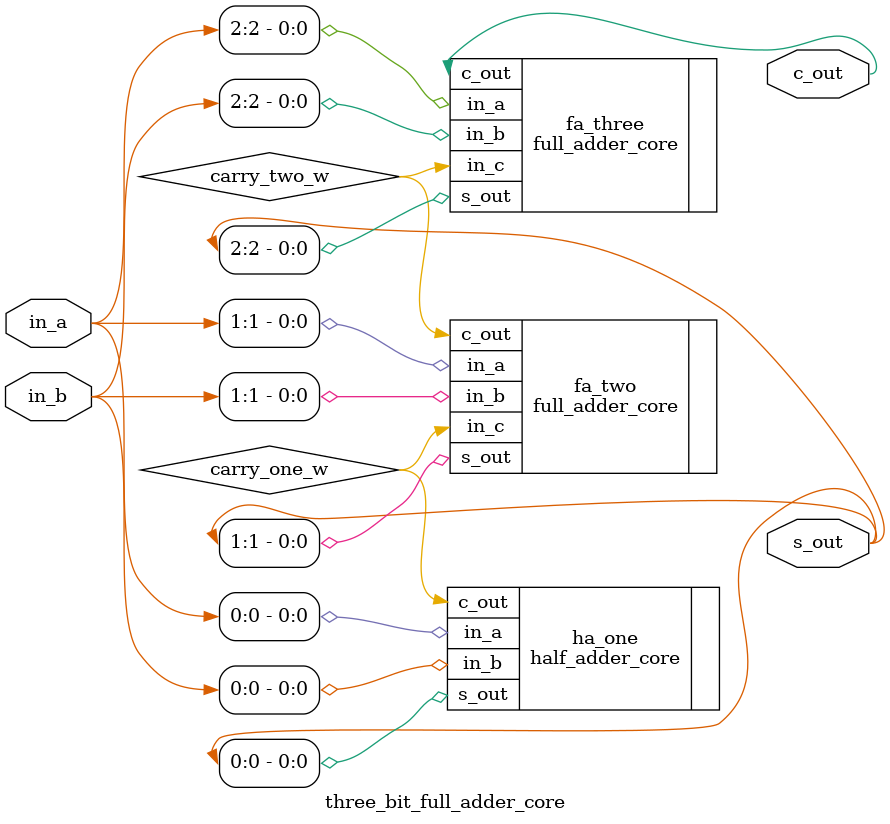
<source format=v>

module three_bit_full_adder_core(
   input [2:0]in_a, // 3-bit augend
   input [2:0]in_b, // 3-bit addend
   output [5:0]s_out, //6-bit summation out
   output c_out //summation carry out
);

//----------WIRE/REG---------------------
wire carry_one_w;
wire carry_two_w;
reg s_final_reg[2:0];

//-----------MODULE-INSTANTIATE-----------
half_adder_core ha_one( //FA1
   .in_a(in_a[0]),
   .in_b(in_b[0]),
   .s_out(s_out[0]),
   .c_out(carry_one_w) //output to carry reg
);
full_adder_core fa_two( //FA2
   .in_a(in_a[1]),
   .in_b(in_b[1]),
   .in_c(carry_one_w),
   .s_out(s_out[1]), 
   .c_out(carry_two_w) //output to carry reg
);
full_adder_core fa_three( //FA3
   .in_a(in_a[2]),
   .in_b(in_b[2]),
   .in_c(carry_two_w),
   .s_out(s_out[2]), 
   .c_out(c_out) //output to carry reg
);
endmodule 

</source>
